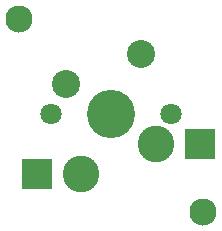
<source format=gbr>
%TF.GenerationSoftware,KiCad,Pcbnew,(5.1.6-0-10_14)*%
%TF.CreationDate,2021-03-26T09:45:15+01:00*%
%TF.ProjectId,KBPY,4b425059-2e6b-4696-9361-645f70636258,rev?*%
%TF.SameCoordinates,Original*%
%TF.FileFunction,Soldermask,Bot*%
%TF.FilePolarity,Negative*%
%FSLAX46Y46*%
G04 Gerber Fmt 4.6, Leading zero omitted, Abs format (unit mm)*
G04 Created by KiCad (PCBNEW (5.1.6-0-10_14)) date 2021-03-26 09:45:15*
%MOMM*%
%LPD*%
G01*
G04 APERTURE LIST*
%ADD10C,2.300000*%
%ADD11R,2.650000X2.600000*%
%ADD12C,1.801800*%
%ADD13C,2.386000*%
%ADD14C,4.087800*%
%ADD15C,3.100000*%
G04 APERTURE END LIST*
D10*
%TO.C,REF\u002A\u002A*%
X132660000Y-102120000D03*
%TD*%
%TO.C,REF\u002A\u002A*%
X117070000Y-85770000D03*
%TD*%
D11*
%TO.C,SW1*%
X132440000Y-96350000D03*
D12*
X119800000Y-93810000D03*
X129960000Y-93810000D03*
D13*
X121070000Y-91270000D03*
D14*
X124880000Y-93810000D03*
D13*
X127420000Y-88730000D03*
D15*
X128690000Y-96350000D03*
X122340000Y-98890000D03*
D11*
X118590000Y-98890000D03*
%TD*%
M02*

</source>
